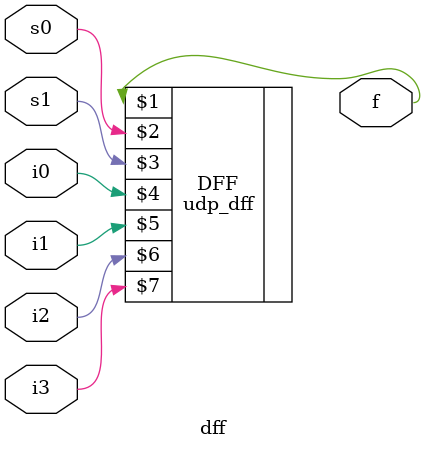
<source format=v>
`timescale 1ns / 1ps


module dff(f,s0,s1,i0,i1,i2,i3);
input s0,s1,i0,i1,i2,i3;
output f;
udp_dff DFF(f,s0,s1,i0,i1,i2,i3);
endmodule

</source>
